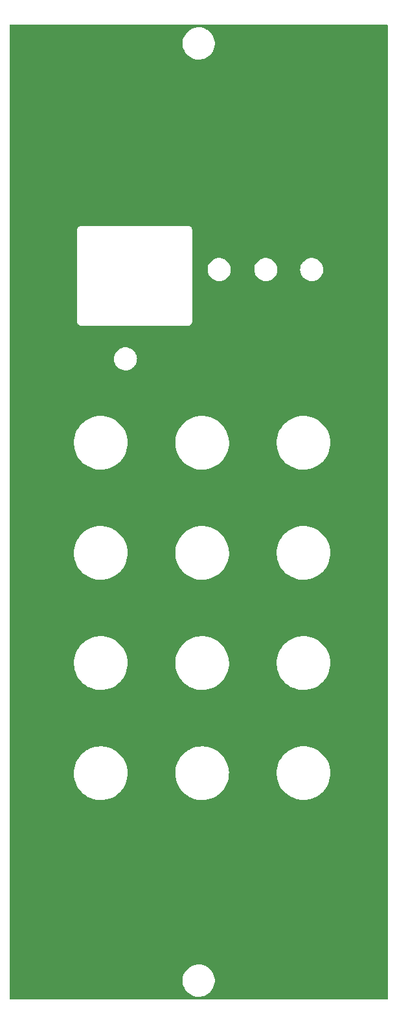
<source format=gbr>
%TF.GenerationSoftware,KiCad,Pcbnew,(6.0.6)*%
%TF.CreationDate,2022-11-26T15:14:55+01:00*%
%TF.ProjectId,vcer-midi-to-cv,76636572-2d6d-4696-9469-2d746f2d6376,rev?*%
%TF.SameCoordinates,Original*%
%TF.FileFunction,Copper,L1,Top*%
%TF.FilePolarity,Positive*%
%FSLAX46Y46*%
G04 Gerber Fmt 4.6, Leading zero omitted, Abs format (unit mm)*
G04 Created by KiCad (PCBNEW (6.0.6)) date 2022-11-26 15:14:55*
%MOMM*%
%LPD*%
G01*
G04 APERTURE LIST*
G04 APERTURE END LIST*
%TA.AperFunction,NonConductor*%
G36*
X-20759965Y13721998D02*
G01*
X-20713472Y13668342D01*
X-20702086Y13616000D01*
X-20702086Y-113616000D01*
X-20722088Y-113684121D01*
X-20775744Y-113730614D01*
X-20828086Y-113742000D01*
X-70060086Y-113742000D01*
X-70128207Y-113721998D01*
X-70174700Y-113668342D01*
X-70186086Y-113616000D01*
X-70186086Y-111382703D01*
X-47553343Y-111382703D01*
X-47515818Y-111667734D01*
X-47439957Y-111945036D01*
X-47327163Y-112209476D01*
X-47179525Y-112456161D01*
X-46999773Y-112680528D01*
X-46791235Y-112878423D01*
X-46557769Y-113046186D01*
X-46553974Y-113048195D01*
X-46553973Y-113048196D01*
X-46532217Y-113059715D01*
X-46303694Y-113180712D01*
X-46033713Y-113279511D01*
X-45752822Y-113340755D01*
X-45724245Y-113343004D01*
X-45529804Y-113358307D01*
X-45529795Y-113358307D01*
X-45527347Y-113358500D01*
X-45371815Y-113358500D01*
X-45369679Y-113358354D01*
X-45369668Y-113358354D01*
X-45161538Y-113344165D01*
X-45161532Y-113344164D01*
X-45157261Y-113343873D01*
X-45153066Y-113343004D01*
X-45153064Y-113343004D01*
X-45016503Y-113314724D01*
X-44875744Y-113285574D01*
X-44604743Y-113189607D01*
X-44349274Y-113057750D01*
X-44345773Y-113055289D01*
X-44345769Y-113055287D01*
X-44231668Y-112975095D01*
X-44114063Y-112892441D01*
X-43903464Y-112696740D01*
X-43721373Y-112474268D01*
X-43571159Y-112229142D01*
X-43455603Y-111965898D01*
X-43376842Y-111689406D01*
X-43336335Y-111404784D01*
X-43336241Y-111386951D01*
X-43334851Y-111121583D01*
X-43334851Y-111121576D01*
X-43334829Y-111117297D01*
X-43372354Y-110832266D01*
X-43448215Y-110554964D01*
X-43561009Y-110290524D01*
X-43708647Y-110043839D01*
X-43888399Y-109819472D01*
X-44096937Y-109621577D01*
X-44330403Y-109453814D01*
X-44352243Y-109442250D01*
X-44375432Y-109429972D01*
X-44584478Y-109319288D01*
X-44854459Y-109220489D01*
X-45135350Y-109159245D01*
X-45166401Y-109156801D01*
X-45358368Y-109141693D01*
X-45358377Y-109141693D01*
X-45360825Y-109141500D01*
X-45516357Y-109141500D01*
X-45518493Y-109141646D01*
X-45518504Y-109141646D01*
X-45726634Y-109155835D01*
X-45726640Y-109155836D01*
X-45730911Y-109156127D01*
X-45735106Y-109156996D01*
X-45735108Y-109156996D01*
X-45871670Y-109185277D01*
X-46012428Y-109214426D01*
X-46283429Y-109310393D01*
X-46538898Y-109442250D01*
X-46542399Y-109444711D01*
X-46542403Y-109444713D01*
X-46552492Y-109451804D01*
X-46774109Y-109607559D01*
X-46984708Y-109803260D01*
X-47166799Y-110025732D01*
X-47317013Y-110270858D01*
X-47432569Y-110534102D01*
X-47511330Y-110810594D01*
X-47551837Y-111095216D01*
X-47551859Y-111099505D01*
X-47551860Y-111099512D01*
X-47553321Y-111378417D01*
X-47553343Y-111382703D01*
X-70186086Y-111382703D01*
X-70186086Y-84241972D01*
X-61766304Y-84241972D01*
X-61766038Y-84245313D01*
X-61766038Y-84245318D01*
X-61738371Y-84592978D01*
X-61736644Y-84614680D01*
X-61736024Y-84617975D01*
X-61736024Y-84617978D01*
X-61672247Y-84957126D01*
X-61667546Y-84982126D01*
X-61559794Y-85340149D01*
X-61558492Y-85343238D01*
X-61423905Y-85662626D01*
X-61414606Y-85684694D01*
X-61233628Y-86011861D01*
X-61231707Y-86014599D01*
X-61231701Y-86014609D01*
X-61038369Y-86290202D01*
X-61018908Y-86317943D01*
X-60772879Y-86599476D01*
X-60498326Y-86853270D01*
X-60198358Y-87076452D01*
X-60195471Y-87078156D01*
X-59879264Y-87264789D01*
X-59879259Y-87264792D01*
X-59876373Y-87266495D01*
X-59536015Y-87421246D01*
X-59420496Y-87459562D01*
X-59184332Y-87537895D01*
X-59184325Y-87537897D01*
X-59181141Y-87538953D01*
X-59177856Y-87539666D01*
X-59177857Y-87539666D01*
X-58819047Y-87617572D01*
X-58819044Y-87617572D01*
X-58815767Y-87618284D01*
X-58620441Y-87639331D01*
X-58446551Y-87658068D01*
X-58446543Y-87658069D01*
X-58444033Y-87658339D01*
X-58441513Y-87658407D01*
X-58441501Y-87658408D01*
X-58439513Y-87658461D01*
X-58438083Y-87658500D01*
X-58160567Y-87658500D01*
X-58158901Y-87658411D01*
X-58158892Y-87658411D01*
X-57884006Y-87643764D01*
X-57884000Y-87643763D01*
X-57880671Y-87643586D01*
X-57877379Y-87643056D01*
X-57877372Y-87643055D01*
X-57514858Y-87584665D01*
X-57514857Y-87584665D01*
X-57511543Y-87584131D01*
X-57508303Y-87583248D01*
X-57508300Y-87583247D01*
X-57154068Y-87486672D01*
X-57154067Y-87486672D01*
X-57150822Y-87485787D01*
X-56802594Y-87349669D01*
X-56470802Y-87177317D01*
X-56159204Y-86970683D01*
X-55871328Y-86732108D01*
X-55610433Y-86464292D01*
X-55588724Y-86436656D01*
X-55381547Y-86172907D01*
X-55381546Y-86172905D01*
X-55379475Y-86170269D01*
X-55181069Y-85853369D01*
X-55017462Y-85517179D01*
X-54890505Y-85165507D01*
X-54801638Y-84802336D01*
X-54751865Y-84431777D01*
X-54746729Y-84241972D01*
X-48516304Y-84241972D01*
X-48516038Y-84245313D01*
X-48516038Y-84245318D01*
X-48488371Y-84592978D01*
X-48486644Y-84614680D01*
X-48486024Y-84617975D01*
X-48486024Y-84617978D01*
X-48422247Y-84957126D01*
X-48417546Y-84982126D01*
X-48309794Y-85340149D01*
X-48308492Y-85343238D01*
X-48173905Y-85662626D01*
X-48164606Y-85684694D01*
X-47983628Y-86011861D01*
X-47981707Y-86014599D01*
X-47981701Y-86014609D01*
X-47788369Y-86290202D01*
X-47768908Y-86317943D01*
X-47522879Y-86599476D01*
X-47248326Y-86853270D01*
X-46948358Y-87076452D01*
X-46945471Y-87078156D01*
X-46629264Y-87264789D01*
X-46629259Y-87264792D01*
X-46626373Y-87266495D01*
X-46286015Y-87421246D01*
X-46170496Y-87459562D01*
X-45934332Y-87537895D01*
X-45934325Y-87537897D01*
X-45931141Y-87538953D01*
X-45927856Y-87539666D01*
X-45927857Y-87539666D01*
X-45569047Y-87617572D01*
X-45569044Y-87617572D01*
X-45565767Y-87618284D01*
X-45370441Y-87639331D01*
X-45196551Y-87658068D01*
X-45196543Y-87658069D01*
X-45194033Y-87658339D01*
X-45191513Y-87658407D01*
X-45191501Y-87658408D01*
X-45189513Y-87658461D01*
X-45188083Y-87658500D01*
X-44910567Y-87658500D01*
X-44908901Y-87658411D01*
X-44908892Y-87658411D01*
X-44634006Y-87643764D01*
X-44634000Y-87643763D01*
X-44630671Y-87643586D01*
X-44627379Y-87643056D01*
X-44627372Y-87643055D01*
X-44264858Y-87584665D01*
X-44264857Y-87584665D01*
X-44261543Y-87584131D01*
X-44258303Y-87583248D01*
X-44258300Y-87583247D01*
X-43904068Y-87486672D01*
X-43904067Y-87486672D01*
X-43900822Y-87485787D01*
X-43552594Y-87349669D01*
X-43220802Y-87177317D01*
X-42909204Y-86970683D01*
X-42621328Y-86732108D01*
X-42360433Y-86464292D01*
X-42338724Y-86436656D01*
X-42131547Y-86172907D01*
X-42131546Y-86172905D01*
X-42129475Y-86170269D01*
X-41931069Y-85853369D01*
X-41767462Y-85517179D01*
X-41640505Y-85165507D01*
X-41551638Y-84802336D01*
X-41501865Y-84431777D01*
X-41496053Y-84216972D01*
X-35256362Y-84216972D01*
X-35256096Y-84220313D01*
X-35256096Y-84220318D01*
X-35241257Y-84406777D01*
X-35226702Y-84589680D01*
X-35226082Y-84592975D01*
X-35226082Y-84592978D01*
X-35186712Y-84802336D01*
X-35157604Y-84957126D01*
X-35049852Y-85315149D01*
X-34987339Y-85463497D01*
X-34964718Y-85517179D01*
X-34904664Y-85659694D01*
X-34723686Y-85986861D01*
X-34721765Y-85989599D01*
X-34721759Y-85989609D01*
X-34593173Y-86172907D01*
X-34508966Y-86292943D01*
X-34262937Y-86574476D01*
X-33988384Y-86828270D01*
X-33688416Y-87051452D01*
X-33685529Y-87053156D01*
X-33369322Y-87239789D01*
X-33369317Y-87239792D01*
X-33366431Y-87241495D01*
X-33026073Y-87396246D01*
X-32844565Y-87456450D01*
X-32674390Y-87512895D01*
X-32674383Y-87512897D01*
X-32671199Y-87513953D01*
X-32667914Y-87514666D01*
X-32667915Y-87514666D01*
X-32309105Y-87592572D01*
X-32309102Y-87592572D01*
X-32305825Y-87593284D01*
X-32110499Y-87614331D01*
X-31936609Y-87633068D01*
X-31936601Y-87633069D01*
X-31934091Y-87633339D01*
X-31931571Y-87633407D01*
X-31931559Y-87633408D01*
X-31929571Y-87633461D01*
X-31928141Y-87633500D01*
X-31650625Y-87633500D01*
X-31648959Y-87633411D01*
X-31648950Y-87633411D01*
X-31374064Y-87618764D01*
X-31374058Y-87618763D01*
X-31370729Y-87618586D01*
X-31367437Y-87618056D01*
X-31367430Y-87618055D01*
X-31004916Y-87559665D01*
X-31004915Y-87559665D01*
X-31001601Y-87559131D01*
X-30998361Y-87558248D01*
X-30998358Y-87558247D01*
X-30644126Y-87461672D01*
X-30644125Y-87461672D01*
X-30640880Y-87460787D01*
X-30292652Y-87324669D01*
X-30008987Y-87177317D01*
X-29963830Y-87153860D01*
X-29963827Y-87153858D01*
X-29960860Y-87152317D01*
X-29805061Y-87049000D01*
X-29652050Y-86947532D01*
X-29652048Y-86947531D01*
X-29649262Y-86945683D01*
X-29361386Y-86707108D01*
X-29100491Y-86439292D01*
X-28987512Y-86295464D01*
X-28871605Y-86147907D01*
X-28871604Y-86147905D01*
X-28869533Y-86145269D01*
X-28671127Y-85828369D01*
X-28602634Y-85687626D01*
X-28508987Y-85495194D01*
X-28508985Y-85495190D01*
X-28507520Y-85492179D01*
X-28380563Y-85140507D01*
X-28291696Y-84777336D01*
X-28241923Y-84406777D01*
X-28231810Y-84033028D01*
X-28245188Y-83864914D01*
X-28261203Y-83663669D01*
X-28261204Y-83663660D01*
X-28261470Y-83660320D01*
X-28296134Y-83475984D01*
X-28329950Y-83296158D01*
X-28329952Y-83296150D01*
X-28330568Y-83292874D01*
X-28438320Y-82934851D01*
X-28514189Y-82754806D01*
X-28582208Y-82593390D01*
X-28582211Y-82593383D01*
X-28583508Y-82590306D01*
X-28764486Y-82263139D01*
X-28766407Y-82260401D01*
X-28766413Y-82260391D01*
X-28977283Y-81959798D01*
X-28977284Y-81959796D01*
X-28979206Y-81957057D01*
X-29225235Y-81675524D01*
X-29499788Y-81421730D01*
X-29799756Y-81198548D01*
X-29973263Y-81096140D01*
X-30118850Y-81010211D01*
X-30118855Y-81010208D01*
X-30121741Y-81008505D01*
X-30462099Y-80853754D01*
X-30659351Y-80788328D01*
X-30813782Y-80737105D01*
X-30813789Y-80737103D01*
X-30816973Y-80736047D01*
X-31063925Y-80682428D01*
X-31179067Y-80657428D01*
X-31179070Y-80657428D01*
X-31182347Y-80656716D01*
X-31418816Y-80631236D01*
X-31551563Y-80616932D01*
X-31551571Y-80616931D01*
X-31554081Y-80616661D01*
X-31556601Y-80616593D01*
X-31556613Y-80616592D01*
X-31558601Y-80616539D01*
X-31560031Y-80616500D01*
X-31837547Y-80616500D01*
X-31839213Y-80616589D01*
X-31839222Y-80616589D01*
X-32114108Y-80631236D01*
X-32114114Y-80631237D01*
X-32117443Y-80631414D01*
X-32120735Y-80631944D01*
X-32120742Y-80631945D01*
X-32434165Y-80682428D01*
X-32486571Y-80690869D01*
X-32489811Y-80691752D01*
X-32489814Y-80691753D01*
X-32747861Y-80762105D01*
X-32847292Y-80789213D01*
X-33195520Y-80925331D01*
X-33527312Y-81097683D01*
X-33838910Y-81304317D01*
X-34126786Y-81542892D01*
X-34387681Y-81810708D01*
X-34389748Y-81813340D01*
X-34389752Y-81813344D01*
X-34616567Y-82102093D01*
X-34618639Y-82104731D01*
X-34817045Y-82421631D01*
X-34980652Y-82757821D01*
X-35107609Y-83109493D01*
X-35196476Y-83472664D01*
X-35246249Y-83843223D01*
X-35256362Y-84216972D01*
X-41496053Y-84216972D01*
X-41491752Y-84058028D01*
X-41492018Y-84054682D01*
X-41521145Y-83688669D01*
X-41521146Y-83688660D01*
X-41521412Y-83685320D01*
X-41556076Y-83500984D01*
X-41589892Y-83321158D01*
X-41589894Y-83321150D01*
X-41590510Y-83317874D01*
X-41698262Y-82959851D01*
X-41782069Y-82760969D01*
X-41842150Y-82618390D01*
X-41842153Y-82618383D01*
X-41843450Y-82615306D01*
X-42024428Y-82288139D01*
X-42026349Y-82285401D01*
X-42026355Y-82285391D01*
X-42237225Y-81984798D01*
X-42237226Y-81984796D01*
X-42239148Y-81982057D01*
X-42485177Y-81700524D01*
X-42759730Y-81446730D01*
X-43059698Y-81223548D01*
X-43269815Y-81099532D01*
X-43378792Y-81035211D01*
X-43378797Y-81035208D01*
X-43381683Y-81033505D01*
X-43722041Y-80878754D01*
X-43988304Y-80790438D01*
X-44073724Y-80762105D01*
X-44073731Y-80762103D01*
X-44076915Y-80761047D01*
X-44287450Y-80715335D01*
X-44439009Y-80682428D01*
X-44439012Y-80682428D01*
X-44442289Y-80681716D01*
X-44637615Y-80660669D01*
X-44811505Y-80641932D01*
X-44811513Y-80641931D01*
X-44814023Y-80641661D01*
X-44816543Y-80641593D01*
X-44816555Y-80641592D01*
X-44818543Y-80641539D01*
X-44819973Y-80641500D01*
X-45097489Y-80641500D01*
X-45099155Y-80641589D01*
X-45099164Y-80641589D01*
X-45374050Y-80656236D01*
X-45374056Y-80656237D01*
X-45377385Y-80656414D01*
X-45380677Y-80656944D01*
X-45380684Y-80656945D01*
X-45743198Y-80715335D01*
X-45746513Y-80715869D01*
X-45749753Y-80716752D01*
X-45749756Y-80716753D01*
X-46103988Y-80813328D01*
X-46107234Y-80814213D01*
X-46455462Y-80950331D01*
X-46458444Y-80951880D01*
X-46742686Y-81099532D01*
X-46787254Y-81122683D01*
X-46790042Y-81124532D01*
X-47058364Y-81302468D01*
X-47098852Y-81329317D01*
X-47386728Y-81567892D01*
X-47647623Y-81835708D01*
X-47649690Y-81838340D01*
X-47649694Y-81838344D01*
X-47762582Y-81982057D01*
X-47878581Y-82129731D01*
X-48076987Y-82446631D01*
X-48078457Y-82449652D01*
X-48226960Y-82754806D01*
X-48240594Y-82782821D01*
X-48367551Y-83134493D01*
X-48456418Y-83497664D01*
X-48506191Y-83868223D01*
X-48516304Y-84241972D01*
X-54746729Y-84241972D01*
X-54741752Y-84058028D01*
X-54742018Y-84054682D01*
X-54771145Y-83688669D01*
X-54771146Y-83688660D01*
X-54771412Y-83685320D01*
X-54806076Y-83500984D01*
X-54839892Y-83321158D01*
X-54839894Y-83321150D01*
X-54840510Y-83317874D01*
X-54948262Y-82959851D01*
X-55032069Y-82760969D01*
X-55092150Y-82618390D01*
X-55092153Y-82618383D01*
X-55093450Y-82615306D01*
X-55274428Y-82288139D01*
X-55276349Y-82285401D01*
X-55276355Y-82285391D01*
X-55487225Y-81984798D01*
X-55487226Y-81984796D01*
X-55489148Y-81982057D01*
X-55735177Y-81700524D01*
X-56009730Y-81446730D01*
X-56309698Y-81223548D01*
X-56519815Y-81099532D01*
X-56628792Y-81035211D01*
X-56628797Y-81035208D01*
X-56631683Y-81033505D01*
X-56972041Y-80878754D01*
X-57238304Y-80790438D01*
X-57323724Y-80762105D01*
X-57323731Y-80762103D01*
X-57326915Y-80761047D01*
X-57537450Y-80715335D01*
X-57689009Y-80682428D01*
X-57689012Y-80682428D01*
X-57692289Y-80681716D01*
X-57887615Y-80660669D01*
X-58061505Y-80641932D01*
X-58061513Y-80641931D01*
X-58064023Y-80641661D01*
X-58066543Y-80641593D01*
X-58066555Y-80641592D01*
X-58068543Y-80641539D01*
X-58069973Y-80641500D01*
X-58347489Y-80641500D01*
X-58349155Y-80641589D01*
X-58349164Y-80641589D01*
X-58624050Y-80656236D01*
X-58624056Y-80656237D01*
X-58627385Y-80656414D01*
X-58630677Y-80656944D01*
X-58630684Y-80656945D01*
X-58993198Y-80715335D01*
X-58996513Y-80715869D01*
X-58999753Y-80716752D01*
X-58999756Y-80716753D01*
X-59353988Y-80813328D01*
X-59357234Y-80814213D01*
X-59705462Y-80950331D01*
X-59708444Y-80951880D01*
X-59992686Y-81099532D01*
X-60037254Y-81122683D01*
X-60040042Y-81124532D01*
X-60308364Y-81302468D01*
X-60348852Y-81329317D01*
X-60636728Y-81567892D01*
X-60897623Y-81835708D01*
X-60899690Y-81838340D01*
X-60899694Y-81838344D01*
X-61012582Y-81982057D01*
X-61128581Y-82129731D01*
X-61326987Y-82446631D01*
X-61328457Y-82449652D01*
X-61476960Y-82754806D01*
X-61490594Y-82782821D01*
X-61617551Y-83134493D01*
X-61706418Y-83497664D01*
X-61756191Y-83868223D01*
X-61766304Y-84241972D01*
X-70186086Y-84241972D01*
X-70186086Y-69841972D01*
X-61756362Y-69841972D01*
X-61756096Y-69845313D01*
X-61756096Y-69845318D01*
X-61741257Y-70031777D01*
X-61726702Y-70214680D01*
X-61726082Y-70217975D01*
X-61726082Y-70217978D01*
X-61690800Y-70405596D01*
X-61657604Y-70582126D01*
X-61549852Y-70940149D01*
X-61404664Y-71284694D01*
X-61223686Y-71611861D01*
X-61221765Y-71614599D01*
X-61221759Y-71614609D01*
X-61010889Y-71915202D01*
X-61008966Y-71917943D01*
X-60762937Y-72199476D01*
X-60488384Y-72453270D01*
X-60188416Y-72676452D01*
X-60185529Y-72678156D01*
X-59869322Y-72864789D01*
X-59869317Y-72864792D01*
X-59866431Y-72866495D01*
X-59526073Y-73021246D01*
X-59344565Y-73081450D01*
X-59174390Y-73137895D01*
X-59174383Y-73137897D01*
X-59171199Y-73138953D01*
X-59167914Y-73139666D01*
X-59167915Y-73139666D01*
X-58809105Y-73217572D01*
X-58809102Y-73217572D01*
X-58805825Y-73218284D01*
X-58610499Y-73239331D01*
X-58436609Y-73258068D01*
X-58436601Y-73258069D01*
X-58434091Y-73258339D01*
X-58431571Y-73258407D01*
X-58431559Y-73258408D01*
X-58429571Y-73258461D01*
X-58428141Y-73258500D01*
X-58150625Y-73258500D01*
X-58148959Y-73258411D01*
X-58148950Y-73258411D01*
X-57874064Y-73243764D01*
X-57874058Y-73243763D01*
X-57870729Y-73243586D01*
X-57867437Y-73243056D01*
X-57867430Y-73243055D01*
X-57504916Y-73184665D01*
X-57504915Y-73184665D01*
X-57501601Y-73184131D01*
X-57498361Y-73183248D01*
X-57498358Y-73183247D01*
X-57144126Y-73086672D01*
X-57144125Y-73086672D01*
X-57140880Y-73085787D01*
X-56792652Y-72949669D01*
X-56460860Y-72777317D01*
X-56149262Y-72570683D01*
X-55861386Y-72332108D01*
X-55600491Y-72064292D01*
X-55487512Y-71920464D01*
X-55371605Y-71772907D01*
X-55371604Y-71772905D01*
X-55369533Y-71770269D01*
X-55171127Y-71453369D01*
X-55007520Y-71117179D01*
X-54880563Y-70765507D01*
X-54791696Y-70402336D01*
X-54741923Y-70031777D01*
X-54736787Y-69841972D01*
X-48506362Y-69841972D01*
X-48506096Y-69845313D01*
X-48506096Y-69845318D01*
X-48491257Y-70031777D01*
X-48476702Y-70214680D01*
X-48476082Y-70217975D01*
X-48476082Y-70217978D01*
X-48440800Y-70405596D01*
X-48407604Y-70582126D01*
X-48299852Y-70940149D01*
X-48154664Y-71284694D01*
X-47973686Y-71611861D01*
X-47971765Y-71614599D01*
X-47971759Y-71614609D01*
X-47760889Y-71915202D01*
X-47758966Y-71917943D01*
X-47512937Y-72199476D01*
X-47238384Y-72453270D01*
X-46938416Y-72676452D01*
X-46935529Y-72678156D01*
X-46619322Y-72864789D01*
X-46619317Y-72864792D01*
X-46616431Y-72866495D01*
X-46276073Y-73021246D01*
X-46094565Y-73081450D01*
X-45924390Y-73137895D01*
X-45924383Y-73137897D01*
X-45921199Y-73138953D01*
X-45917914Y-73139666D01*
X-45917915Y-73139666D01*
X-45559105Y-73217572D01*
X-45559102Y-73217572D01*
X-45555825Y-73218284D01*
X-45360499Y-73239331D01*
X-45186609Y-73258068D01*
X-45186601Y-73258069D01*
X-45184091Y-73258339D01*
X-45181571Y-73258407D01*
X-45181559Y-73258408D01*
X-45179571Y-73258461D01*
X-45178141Y-73258500D01*
X-44900625Y-73258500D01*
X-44898959Y-73258411D01*
X-44898950Y-73258411D01*
X-44624064Y-73243764D01*
X-44624058Y-73243763D01*
X-44620729Y-73243586D01*
X-44617437Y-73243056D01*
X-44617430Y-73243055D01*
X-44254916Y-73184665D01*
X-44254915Y-73184665D01*
X-44251601Y-73184131D01*
X-44248361Y-73183248D01*
X-44248358Y-73183247D01*
X-43894126Y-73086672D01*
X-43894125Y-73086672D01*
X-43890880Y-73085787D01*
X-43542652Y-72949669D01*
X-43210860Y-72777317D01*
X-42899262Y-72570683D01*
X-42611386Y-72332108D01*
X-42350491Y-72064292D01*
X-42237512Y-71920464D01*
X-42121605Y-71772907D01*
X-42121604Y-71772905D01*
X-42119533Y-71770269D01*
X-41921127Y-71453369D01*
X-41757520Y-71117179D01*
X-41630563Y-70765507D01*
X-41541696Y-70402336D01*
X-41491923Y-70031777D01*
X-41486787Y-69841972D01*
X-35256362Y-69841972D01*
X-35256096Y-69845313D01*
X-35256096Y-69845318D01*
X-35241257Y-70031777D01*
X-35226702Y-70214680D01*
X-35226082Y-70217975D01*
X-35226082Y-70217978D01*
X-35190800Y-70405596D01*
X-35157604Y-70582126D01*
X-35049852Y-70940149D01*
X-34904664Y-71284694D01*
X-34723686Y-71611861D01*
X-34721765Y-71614599D01*
X-34721759Y-71614609D01*
X-34510889Y-71915202D01*
X-34508966Y-71917943D01*
X-34262937Y-72199476D01*
X-33988384Y-72453270D01*
X-33688416Y-72676452D01*
X-33685529Y-72678156D01*
X-33369322Y-72864789D01*
X-33369317Y-72864792D01*
X-33366431Y-72866495D01*
X-33026073Y-73021246D01*
X-32844565Y-73081450D01*
X-32674390Y-73137895D01*
X-32674383Y-73137897D01*
X-32671199Y-73138953D01*
X-32667914Y-73139666D01*
X-32667915Y-73139666D01*
X-32309105Y-73217572D01*
X-32309102Y-73217572D01*
X-32305825Y-73218284D01*
X-32110499Y-73239331D01*
X-31936609Y-73258068D01*
X-31936601Y-73258069D01*
X-31934091Y-73258339D01*
X-31931571Y-73258407D01*
X-31931559Y-73258408D01*
X-31929571Y-73258461D01*
X-31928141Y-73258500D01*
X-31650625Y-73258500D01*
X-31648959Y-73258411D01*
X-31648950Y-73258411D01*
X-31374064Y-73243764D01*
X-31374058Y-73243763D01*
X-31370729Y-73243586D01*
X-31367437Y-73243056D01*
X-31367430Y-73243055D01*
X-31004916Y-73184665D01*
X-31004915Y-73184665D01*
X-31001601Y-73184131D01*
X-30998361Y-73183248D01*
X-30998358Y-73183247D01*
X-30644126Y-73086672D01*
X-30644125Y-73086672D01*
X-30640880Y-73085787D01*
X-30292652Y-72949669D01*
X-29960860Y-72777317D01*
X-29649262Y-72570683D01*
X-29361386Y-72332108D01*
X-29100491Y-72064292D01*
X-28987512Y-71920464D01*
X-28871605Y-71772907D01*
X-28871604Y-71772905D01*
X-28869533Y-71770269D01*
X-28671127Y-71453369D01*
X-28507520Y-71117179D01*
X-28380563Y-70765507D01*
X-28291696Y-70402336D01*
X-28241923Y-70031777D01*
X-28231810Y-69658028D01*
X-28232076Y-69654682D01*
X-28261203Y-69288669D01*
X-28261204Y-69288660D01*
X-28261470Y-69285320D01*
X-28296134Y-69100984D01*
X-28329950Y-68921158D01*
X-28329952Y-68921150D01*
X-28330568Y-68917874D01*
X-28438320Y-68559851D01*
X-28583508Y-68215306D01*
X-28764486Y-67888139D01*
X-28766407Y-67885401D01*
X-28766413Y-67885391D01*
X-28977283Y-67584798D01*
X-28977284Y-67584796D01*
X-28979206Y-67582057D01*
X-29225235Y-67300524D01*
X-29499788Y-67046730D01*
X-29799756Y-66823548D01*
X-29973263Y-66721140D01*
X-30118850Y-66635211D01*
X-30118855Y-66635208D01*
X-30121741Y-66633505D01*
X-30462099Y-66478754D01*
X-30659351Y-66413328D01*
X-30813782Y-66362105D01*
X-30813789Y-66362103D01*
X-30816973Y-66361047D01*
X-31027508Y-66315335D01*
X-31179067Y-66282428D01*
X-31179070Y-66282428D01*
X-31182347Y-66281716D01*
X-31418816Y-66256236D01*
X-31551563Y-66241932D01*
X-31551571Y-66241931D01*
X-31554081Y-66241661D01*
X-31556601Y-66241593D01*
X-31556613Y-66241592D01*
X-31558601Y-66241539D01*
X-31560031Y-66241500D01*
X-31837547Y-66241500D01*
X-31839213Y-66241589D01*
X-31839222Y-66241589D01*
X-32114108Y-66256236D01*
X-32114114Y-66256237D01*
X-32117443Y-66256414D01*
X-32120735Y-66256944D01*
X-32120742Y-66256945D01*
X-32483256Y-66315335D01*
X-32486571Y-66315869D01*
X-32489811Y-66316752D01*
X-32489814Y-66316753D01*
X-32844046Y-66413328D01*
X-32847292Y-66414213D01*
X-33195520Y-66550331D01*
X-33527312Y-66722683D01*
X-33838910Y-66929317D01*
X-34126786Y-67167892D01*
X-34387681Y-67435708D01*
X-34389748Y-67438340D01*
X-34389752Y-67438344D01*
X-34502640Y-67582057D01*
X-34618639Y-67729731D01*
X-34817045Y-68046631D01*
X-34980652Y-68382821D01*
X-35107609Y-68734493D01*
X-35196476Y-69097664D01*
X-35246249Y-69468223D01*
X-35256362Y-69841972D01*
X-41486787Y-69841972D01*
X-41481810Y-69658028D01*
X-41482076Y-69654682D01*
X-41511203Y-69288669D01*
X-41511204Y-69288660D01*
X-41511470Y-69285320D01*
X-41546134Y-69100984D01*
X-41579950Y-68921158D01*
X-41579952Y-68921150D01*
X-41580568Y-68917874D01*
X-41688320Y-68559851D01*
X-41833508Y-68215306D01*
X-42014486Y-67888139D01*
X-42016407Y-67885401D01*
X-42016413Y-67885391D01*
X-42227283Y-67584798D01*
X-42227284Y-67584796D01*
X-42229206Y-67582057D01*
X-42475235Y-67300524D01*
X-42749788Y-67046730D01*
X-43049756Y-66823548D01*
X-43223263Y-66721140D01*
X-43368850Y-66635211D01*
X-43368855Y-66635208D01*
X-43371741Y-66633505D01*
X-43712099Y-66478754D01*
X-43909351Y-66413328D01*
X-44063782Y-66362105D01*
X-44063789Y-66362103D01*
X-44066973Y-66361047D01*
X-44277508Y-66315335D01*
X-44429067Y-66282428D01*
X-44429070Y-66282428D01*
X-44432347Y-66281716D01*
X-44668816Y-66256236D01*
X-44801563Y-66241932D01*
X-44801571Y-66241931D01*
X-44804081Y-66241661D01*
X-44806601Y-66241593D01*
X-44806613Y-66241592D01*
X-44808601Y-66241539D01*
X-44810031Y-66241500D01*
X-45087547Y-66241500D01*
X-45089213Y-66241589D01*
X-45089222Y-66241589D01*
X-45364108Y-66256236D01*
X-45364114Y-66256237D01*
X-45367443Y-66256414D01*
X-45370735Y-66256944D01*
X-45370742Y-66256945D01*
X-45733256Y-66315335D01*
X-45736571Y-66315869D01*
X-45739811Y-66316752D01*
X-45739814Y-66316753D01*
X-46094046Y-66413328D01*
X-46097292Y-66414213D01*
X-46445520Y-66550331D01*
X-46777312Y-66722683D01*
X-47088910Y-66929317D01*
X-47376786Y-67167892D01*
X-47637681Y-67435708D01*
X-47639748Y-67438340D01*
X-47639752Y-67438344D01*
X-47752640Y-67582057D01*
X-47868639Y-67729731D01*
X-48067045Y-68046631D01*
X-48230652Y-68382821D01*
X-48357609Y-68734493D01*
X-48446476Y-69097664D01*
X-48496249Y-69468223D01*
X-48506362Y-69841972D01*
X-54736787Y-69841972D01*
X-54731810Y-69658028D01*
X-54732076Y-69654682D01*
X-54761203Y-69288669D01*
X-54761204Y-69288660D01*
X-54761470Y-69285320D01*
X-54796134Y-69100984D01*
X-54829950Y-68921158D01*
X-54829952Y-68921150D01*
X-54830568Y-68917874D01*
X-54938320Y-68559851D01*
X-55083508Y-68215306D01*
X-55264486Y-67888139D01*
X-55266407Y-67885401D01*
X-55266413Y-67885391D01*
X-55477283Y-67584798D01*
X-55477284Y-67584796D01*
X-55479206Y-67582057D01*
X-55725235Y-67300524D01*
X-55999788Y-67046730D01*
X-56299756Y-66823548D01*
X-56473263Y-66721140D01*
X-56618850Y-66635211D01*
X-56618855Y-66635208D01*
X-56621741Y-66633505D01*
X-56962099Y-66478754D01*
X-57159351Y-66413328D01*
X-57313782Y-66362105D01*
X-57313789Y-66362103D01*
X-57316973Y-66361047D01*
X-57527508Y-66315335D01*
X-57679067Y-66282428D01*
X-57679070Y-66282428D01*
X-57682347Y-66281716D01*
X-57918816Y-66256236D01*
X-58051563Y-66241932D01*
X-58051571Y-66241931D01*
X-58054081Y-66241661D01*
X-58056601Y-66241593D01*
X-58056613Y-66241592D01*
X-58058601Y-66241539D01*
X-58060031Y-66241500D01*
X-58337547Y-66241500D01*
X-58339213Y-66241589D01*
X-58339222Y-66241589D01*
X-58614108Y-66256236D01*
X-58614114Y-66256237D01*
X-58617443Y-66256414D01*
X-58620735Y-66256944D01*
X-58620742Y-66256945D01*
X-58983256Y-66315335D01*
X-58986571Y-66315869D01*
X-58989811Y-66316752D01*
X-58989814Y-66316753D01*
X-59344046Y-66413328D01*
X-59347292Y-66414213D01*
X-59695520Y-66550331D01*
X-60027312Y-66722683D01*
X-60338910Y-66929317D01*
X-60626786Y-67167892D01*
X-60887681Y-67435708D01*
X-60889748Y-67438340D01*
X-60889752Y-67438344D01*
X-61002640Y-67582057D01*
X-61118639Y-67729731D01*
X-61317045Y-68046631D01*
X-61480652Y-68382821D01*
X-61607609Y-68734493D01*
X-61696476Y-69097664D01*
X-61746249Y-69468223D01*
X-61756362Y-69841972D01*
X-70186086Y-69841972D01*
X-70186086Y-55441972D01*
X-61766304Y-55441972D01*
X-61766038Y-55445313D01*
X-61766038Y-55445318D01*
X-61751199Y-55631777D01*
X-61736644Y-55814680D01*
X-61736024Y-55817975D01*
X-61736024Y-55817978D01*
X-61700742Y-56005596D01*
X-61667546Y-56182126D01*
X-61559794Y-56540149D01*
X-61414606Y-56884694D01*
X-61233628Y-57211861D01*
X-61231707Y-57214599D01*
X-61231701Y-57214609D01*
X-61020831Y-57515202D01*
X-61018908Y-57517943D01*
X-60772879Y-57799476D01*
X-60498326Y-58053270D01*
X-60198358Y-58276452D01*
X-60195471Y-58278156D01*
X-59879264Y-58464789D01*
X-59879259Y-58464792D01*
X-59876373Y-58466495D01*
X-59536015Y-58621246D01*
X-59354507Y-58681450D01*
X-59184332Y-58737895D01*
X-59184325Y-58737897D01*
X-59181141Y-58738953D01*
X-59177856Y-58739666D01*
X-59177857Y-58739666D01*
X-58819047Y-58817572D01*
X-58819044Y-58817572D01*
X-58815767Y-58818284D01*
X-58620441Y-58839331D01*
X-58446551Y-58858068D01*
X-58446543Y-58858069D01*
X-58444033Y-58858339D01*
X-58441513Y-58858407D01*
X-58441501Y-58858408D01*
X-58439513Y-58858461D01*
X-58438083Y-58858500D01*
X-58160567Y-58858500D01*
X-58158901Y-58858411D01*
X-58158892Y-58858411D01*
X-57884006Y-58843764D01*
X-57884000Y-58843763D01*
X-57880671Y-58843586D01*
X-57877379Y-58843056D01*
X-57877372Y-58843055D01*
X-57514858Y-58784665D01*
X-57514857Y-58784665D01*
X-57511543Y-58784131D01*
X-57508303Y-58783248D01*
X-57508300Y-58783247D01*
X-57154068Y-58686672D01*
X-57154067Y-58686672D01*
X-57150822Y-58685787D01*
X-56802594Y-58549669D01*
X-56470802Y-58377317D01*
X-56159204Y-58170683D01*
X-55871328Y-57932108D01*
X-55610433Y-57664292D01*
X-55497454Y-57520464D01*
X-55381547Y-57372907D01*
X-55381546Y-57372905D01*
X-55379475Y-57370269D01*
X-55181069Y-57053369D01*
X-55017462Y-56717179D01*
X-54890505Y-56365507D01*
X-54801638Y-56002336D01*
X-54751865Y-55631777D01*
X-54746729Y-55441972D01*
X-48506362Y-55441972D01*
X-48506096Y-55445313D01*
X-48506096Y-55445318D01*
X-48491257Y-55631777D01*
X-48476702Y-55814680D01*
X-48476082Y-55817975D01*
X-48476082Y-55817978D01*
X-48440800Y-56005596D01*
X-48407604Y-56182126D01*
X-48299852Y-56540149D01*
X-48154664Y-56884694D01*
X-47973686Y-57211861D01*
X-47971765Y-57214599D01*
X-47971759Y-57214609D01*
X-47760889Y-57515202D01*
X-47758966Y-57517943D01*
X-47512937Y-57799476D01*
X-47238384Y-58053270D01*
X-46938416Y-58276452D01*
X-46935529Y-58278156D01*
X-46619322Y-58464789D01*
X-46619317Y-58464792D01*
X-46616431Y-58466495D01*
X-46276073Y-58621246D01*
X-46094565Y-58681450D01*
X-45924390Y-58737895D01*
X-45924383Y-58737897D01*
X-45921199Y-58738953D01*
X-45917914Y-58739666D01*
X-45917915Y-58739666D01*
X-45559105Y-58817572D01*
X-45559102Y-58817572D01*
X-45555825Y-58818284D01*
X-45360499Y-58839331D01*
X-45186609Y-58858068D01*
X-45186601Y-58858069D01*
X-45184091Y-58858339D01*
X-45181571Y-58858407D01*
X-45181559Y-58858408D01*
X-45179571Y-58858461D01*
X-45178141Y-58858500D01*
X-44900625Y-58858500D01*
X-44898959Y-58858411D01*
X-44898950Y-58858411D01*
X-44624064Y-58843764D01*
X-44624058Y-58843763D01*
X-44620729Y-58843586D01*
X-44617437Y-58843056D01*
X-44617430Y-58843055D01*
X-44254916Y-58784665D01*
X-44254915Y-58784665D01*
X-44251601Y-58784131D01*
X-44248361Y-58783248D01*
X-44248358Y-58783247D01*
X-43894126Y-58686672D01*
X-43894125Y-58686672D01*
X-43890880Y-58685787D01*
X-43542652Y-58549669D01*
X-43210860Y-58377317D01*
X-42899262Y-58170683D01*
X-42611386Y-57932108D01*
X-42350491Y-57664292D01*
X-42237512Y-57520464D01*
X-42121605Y-57372907D01*
X-42121604Y-57372905D01*
X-42119533Y-57370269D01*
X-41921127Y-57053369D01*
X-41757520Y-56717179D01*
X-41630563Y-56365507D01*
X-41541696Y-56002336D01*
X-41491923Y-55631777D01*
X-41486787Y-55441972D01*
X-35256362Y-55441972D01*
X-35256096Y-55445313D01*
X-35256096Y-55445318D01*
X-35241257Y-55631777D01*
X-35226702Y-55814680D01*
X-35226082Y-55817975D01*
X-35226082Y-55817978D01*
X-35190800Y-56005596D01*
X-35157604Y-56182126D01*
X-35049852Y-56540149D01*
X-34904664Y-56884694D01*
X-34723686Y-57211861D01*
X-34721765Y-57214599D01*
X-34721759Y-57214609D01*
X-34510889Y-57515202D01*
X-34508966Y-57517943D01*
X-34262937Y-57799476D01*
X-33988384Y-58053270D01*
X-33688416Y-58276452D01*
X-33685529Y-58278156D01*
X-33369322Y-58464789D01*
X-33369317Y-58464792D01*
X-33366431Y-58466495D01*
X-33026073Y-58621246D01*
X-32844565Y-58681450D01*
X-32674390Y-58737895D01*
X-32674383Y-58737897D01*
X-32671199Y-58738953D01*
X-32667914Y-58739666D01*
X-32667915Y-58739666D01*
X-32309105Y-58817572D01*
X-32309102Y-58817572D01*
X-32305825Y-58818284D01*
X-32110499Y-58839331D01*
X-31936609Y-58858068D01*
X-31936601Y-58858069D01*
X-31934091Y-58858339D01*
X-31931571Y-58858407D01*
X-31931559Y-58858408D01*
X-31929571Y-58858461D01*
X-31928141Y-58858500D01*
X-31650625Y-58858500D01*
X-31648959Y-58858411D01*
X-31648950Y-58858411D01*
X-31374064Y-58843764D01*
X-31374058Y-58843763D01*
X-31370729Y-58843586D01*
X-31367437Y-58843056D01*
X-31367430Y-58843055D01*
X-31004916Y-58784665D01*
X-31004915Y-58784665D01*
X-31001601Y-58784131D01*
X-30998361Y-58783248D01*
X-30998358Y-58783247D01*
X-30644126Y-58686672D01*
X-30644125Y-58686672D01*
X-30640880Y-58685787D01*
X-30292652Y-58549669D01*
X-29960860Y-58377317D01*
X-29649262Y-58170683D01*
X-29361386Y-57932108D01*
X-29100491Y-57664292D01*
X-28987512Y-57520464D01*
X-28871605Y-57372907D01*
X-28871604Y-57372905D01*
X-28869533Y-57370269D01*
X-28671127Y-57053369D01*
X-28507520Y-56717179D01*
X-28380563Y-56365507D01*
X-28291696Y-56002336D01*
X-28241923Y-55631777D01*
X-28231810Y-55258028D01*
X-28232076Y-55254682D01*
X-28261203Y-54888669D01*
X-28261204Y-54888660D01*
X-28261470Y-54885320D01*
X-28296134Y-54700984D01*
X-28329950Y-54521158D01*
X-28329952Y-54521150D01*
X-28330568Y-54517874D01*
X-28438320Y-54159851D01*
X-28583508Y-53815306D01*
X-28764486Y-53488139D01*
X-28766407Y-53485401D01*
X-28766413Y-53485391D01*
X-28977283Y-53184798D01*
X-28977284Y-53184796D01*
X-28979206Y-53182057D01*
X-29225235Y-52900524D01*
X-29499788Y-52646730D01*
X-29799756Y-52423548D01*
X-29973263Y-52321140D01*
X-30118850Y-52235211D01*
X-30118855Y-52235208D01*
X-30121741Y-52233505D01*
X-30462099Y-52078754D01*
X-30659351Y-52013328D01*
X-30813782Y-51962105D01*
X-30813789Y-51962103D01*
X-30816973Y-51961047D01*
X-31027508Y-51915335D01*
X-31179067Y-51882428D01*
X-31179070Y-51882428D01*
X-31182347Y-51881716D01*
X-31418816Y-51856236D01*
X-31551563Y-51841932D01*
X-31551571Y-51841931D01*
X-31554081Y-51841661D01*
X-31556601Y-51841593D01*
X-31556613Y-51841592D01*
X-31558601Y-51841539D01*
X-31560031Y-51841500D01*
X-31837547Y-51841500D01*
X-31839213Y-51841589D01*
X-31839222Y-51841589D01*
X-32114108Y-51856236D01*
X-32114114Y-51856237D01*
X-32117443Y-51856414D01*
X-32120735Y-51856944D01*
X-32120742Y-51856945D01*
X-32483256Y-51915335D01*
X-32486571Y-51915869D01*
X-32489811Y-51916752D01*
X-32489814Y-51916753D01*
X-32844046Y-52013328D01*
X-32847292Y-52014213D01*
X-33195520Y-52150331D01*
X-33527312Y-52322683D01*
X-33838910Y-52529317D01*
X-34126786Y-52767892D01*
X-34387681Y-53035708D01*
X-34389748Y-53038340D01*
X-34389752Y-53038344D01*
X-34502640Y-53182057D01*
X-34618639Y-53329731D01*
X-34817045Y-53646631D01*
X-34980652Y-53982821D01*
X-35107609Y-54334493D01*
X-35196476Y-54697664D01*
X-35246249Y-55068223D01*
X-35256362Y-55441972D01*
X-41486787Y-55441972D01*
X-41481810Y-55258028D01*
X-41482076Y-55254682D01*
X-41511203Y-54888669D01*
X-41511204Y-54888660D01*
X-41511470Y-54885320D01*
X-41546134Y-54700984D01*
X-41579950Y-54521158D01*
X-41579952Y-54521150D01*
X-41580568Y-54517874D01*
X-41688320Y-54159851D01*
X-41833508Y-53815306D01*
X-42014486Y-53488139D01*
X-42016407Y-53485401D01*
X-42016413Y-53485391D01*
X-42227283Y-53184798D01*
X-42227284Y-53184796D01*
X-42229206Y-53182057D01*
X-42475235Y-52900524D01*
X-42749788Y-52646730D01*
X-43049756Y-52423548D01*
X-43223263Y-52321140D01*
X-43368850Y-52235211D01*
X-43368855Y-52235208D01*
X-43371741Y-52233505D01*
X-43712099Y-52078754D01*
X-43909351Y-52013328D01*
X-44063782Y-51962105D01*
X-44063789Y-51962103D01*
X-44066973Y-51961047D01*
X-44277508Y-51915335D01*
X-44429067Y-51882428D01*
X-44429070Y-51882428D01*
X-44432347Y-51881716D01*
X-44668816Y-51856236D01*
X-44801563Y-51841932D01*
X-44801571Y-51841931D01*
X-44804081Y-51841661D01*
X-44806601Y-51841593D01*
X-44806613Y-51841592D01*
X-44808601Y-51841539D01*
X-44810031Y-51841500D01*
X-45087547Y-51841500D01*
X-45089213Y-51841589D01*
X-45089222Y-51841589D01*
X-45364108Y-51856236D01*
X-45364114Y-51856237D01*
X-45367443Y-51856414D01*
X-45370735Y-51856944D01*
X-45370742Y-51856945D01*
X-45733256Y-51915335D01*
X-45736571Y-51915869D01*
X-45739811Y-51916752D01*
X-45739814Y-51916753D01*
X-46094046Y-52013328D01*
X-46097292Y-52014213D01*
X-46445520Y-52150331D01*
X-46777312Y-52322683D01*
X-47088910Y-52529317D01*
X-47376786Y-52767892D01*
X-47637681Y-53035708D01*
X-47639748Y-53038340D01*
X-47639752Y-53038344D01*
X-47752640Y-53182057D01*
X-47868639Y-53329731D01*
X-48067045Y-53646631D01*
X-48230652Y-53982821D01*
X-48357609Y-54334493D01*
X-48446476Y-54697664D01*
X-48496249Y-55068223D01*
X-48506362Y-55441972D01*
X-54746729Y-55441972D01*
X-54741752Y-55258028D01*
X-54742018Y-55254682D01*
X-54771145Y-54888669D01*
X-54771146Y-54888660D01*
X-54771412Y-54885320D01*
X-54806076Y-54700984D01*
X-54839892Y-54521158D01*
X-54839894Y-54521150D01*
X-54840510Y-54517874D01*
X-54948262Y-54159851D01*
X-55093450Y-53815306D01*
X-55274428Y-53488139D01*
X-55276349Y-53485401D01*
X-55276355Y-53485391D01*
X-55487225Y-53184798D01*
X-55487226Y-53184796D01*
X-55489148Y-53182057D01*
X-55735177Y-52900524D01*
X-56009730Y-52646730D01*
X-56309698Y-52423548D01*
X-56483205Y-52321140D01*
X-56628792Y-52235211D01*
X-56628797Y-52235208D01*
X-56631683Y-52233505D01*
X-56972041Y-52078754D01*
X-57169293Y-52013328D01*
X-57323724Y-51962105D01*
X-57323731Y-51962103D01*
X-57326915Y-51961047D01*
X-57537450Y-51915335D01*
X-57689009Y-51882428D01*
X-57689012Y-51882428D01*
X-57692289Y-51881716D01*
X-57928758Y-51856236D01*
X-58061505Y-51841932D01*
X-58061513Y-51841931D01*
X-58064023Y-51841661D01*
X-58066543Y-51841593D01*
X-58066555Y-51841592D01*
X-58068543Y-51841539D01*
X-58069973Y-51841500D01*
X-58347489Y-51841500D01*
X-58349155Y-51841589D01*
X-58349164Y-51841589D01*
X-58624050Y-51856236D01*
X-58624056Y-51856237D01*
X-58627385Y-51856414D01*
X-58630677Y-51856944D01*
X-58630684Y-51856945D01*
X-58993198Y-51915335D01*
X-58996513Y-51915869D01*
X-58999753Y-51916752D01*
X-58999756Y-51916753D01*
X-59353988Y-52013328D01*
X-59357234Y-52014213D01*
X-59705462Y-52150331D01*
X-60037254Y-52322683D01*
X-60348852Y-52529317D01*
X-60636728Y-52767892D01*
X-60897623Y-53035708D01*
X-60899690Y-53038340D01*
X-60899694Y-53038344D01*
X-61012582Y-53182057D01*
X-61128581Y-53329731D01*
X-61326987Y-53646631D01*
X-61490594Y-53982821D01*
X-61617551Y-54334493D01*
X-61706418Y-54697664D01*
X-61756191Y-55068223D01*
X-61766304Y-55441972D01*
X-70186086Y-55441972D01*
X-70186086Y-41041972D01*
X-61756362Y-41041972D01*
X-61756096Y-41045313D01*
X-61756096Y-41045318D01*
X-61741257Y-41231777D01*
X-61726702Y-41414680D01*
X-61726082Y-41417975D01*
X-61726082Y-41417978D01*
X-61690800Y-41605596D01*
X-61657604Y-41782126D01*
X-61549852Y-42140149D01*
X-61404664Y-42484694D01*
X-61223686Y-42811861D01*
X-61221765Y-42814599D01*
X-61221759Y-42814609D01*
X-61010889Y-43115202D01*
X-61008966Y-43117943D01*
X-60762937Y-43399476D01*
X-60488384Y-43653270D01*
X-60188416Y-43876452D01*
X-60185529Y-43878156D01*
X-59869322Y-44064789D01*
X-59869317Y-44064792D01*
X-59866431Y-44066495D01*
X-59526073Y-44221246D01*
X-59344565Y-44281450D01*
X-59174390Y-44337895D01*
X-59174383Y-44337897D01*
X-59171199Y-44338953D01*
X-59167914Y-44339666D01*
X-59167915Y-44339666D01*
X-58809105Y-44417572D01*
X-58809102Y-44417572D01*
X-58805825Y-44418284D01*
X-58610499Y-44439331D01*
X-58436609Y-44458068D01*
X-58436601Y-44458069D01*
X-58434091Y-44458339D01*
X-58431571Y-44458407D01*
X-58431559Y-44458408D01*
X-58429571Y-44458461D01*
X-58428141Y-44458500D01*
X-58150625Y-44458500D01*
X-58148959Y-44458411D01*
X-58148950Y-44458411D01*
X-57874064Y-44443764D01*
X-57874058Y-44443763D01*
X-57870729Y-44443586D01*
X-57867437Y-44443056D01*
X-57867430Y-44443055D01*
X-57504916Y-44384665D01*
X-57504915Y-44384665D01*
X-57501601Y-44384131D01*
X-57498361Y-44383248D01*
X-57498358Y-44383247D01*
X-57144126Y-44286672D01*
X-57144125Y-44286672D01*
X-57140880Y-44285787D01*
X-56792652Y-44149669D01*
X-56460860Y-43977317D01*
X-56149262Y-43770683D01*
X-55861386Y-43532108D01*
X-55600491Y-43264292D01*
X-55487512Y-43120464D01*
X-55371605Y-42972907D01*
X-55371604Y-42972905D01*
X-55369533Y-42970269D01*
X-55171127Y-42653369D01*
X-55007520Y-42317179D01*
X-54880563Y-41965507D01*
X-54791696Y-41602336D01*
X-54741923Y-41231777D01*
X-54736787Y-41041972D01*
X-48506362Y-41041972D01*
X-48506096Y-41045313D01*
X-48506096Y-41045318D01*
X-48491257Y-41231777D01*
X-48476702Y-41414680D01*
X-48476082Y-41417975D01*
X-48476082Y-41417978D01*
X-48440800Y-41605596D01*
X-48407604Y-41782126D01*
X-48299852Y-42140149D01*
X-48154664Y-42484694D01*
X-47973686Y-42811861D01*
X-47971765Y-42814599D01*
X-47971759Y-42814609D01*
X-47760889Y-43115202D01*
X-47758966Y-43117943D01*
X-47512937Y-43399476D01*
X-47238384Y-43653270D01*
X-46938416Y-43876452D01*
X-46935529Y-43878156D01*
X-46619322Y-44064789D01*
X-46619317Y-44064792D01*
X-46616431Y-44066495D01*
X-46276073Y-44221246D01*
X-46094565Y-44281450D01*
X-45924390Y-44337895D01*
X-45924383Y-44337897D01*
X-45921199Y-44338953D01*
X-45917914Y-44339666D01*
X-45917915Y-44339666D01*
X-45559105Y-44417572D01*
X-45559102Y-44417572D01*
X-45555825Y-44418284D01*
X-45360499Y-44439331D01*
X-45186609Y-44458068D01*
X-45186601Y-44458069D01*
X-45184091Y-44458339D01*
X-45181571Y-44458407D01*
X-45181559Y-44458408D01*
X-45179571Y-44458461D01*
X-45178141Y-44458500D01*
X-44900625Y-44458500D01*
X-44898959Y-44458411D01*
X-44898950Y-44458411D01*
X-44624064Y-44443764D01*
X-44624058Y-44443763D01*
X-44620729Y-44443586D01*
X-44617437Y-44443056D01*
X-44617430Y-44443055D01*
X-44254916Y-44384665D01*
X-44254915Y-44384665D01*
X-44251601Y-44384131D01*
X-44248361Y-44383248D01*
X-44248358Y-44383247D01*
X-43894126Y-44286672D01*
X-43894125Y-44286672D01*
X-43890880Y-44285787D01*
X-43542652Y-44149669D01*
X-43210860Y-43977317D01*
X-42899262Y-43770683D01*
X-42611386Y-43532108D01*
X-42350491Y-43264292D01*
X-42237512Y-43120464D01*
X-42121605Y-42972907D01*
X-42121604Y-42972905D01*
X-42119533Y-42970269D01*
X-41921127Y-42653369D01*
X-41757520Y-42317179D01*
X-41630563Y-41965507D01*
X-41541696Y-41602336D01*
X-41491923Y-41231777D01*
X-41486787Y-41041972D01*
X-35256362Y-41041972D01*
X-35256096Y-41045313D01*
X-35256096Y-41045318D01*
X-35241257Y-41231777D01*
X-35226702Y-41414680D01*
X-35226082Y-41417975D01*
X-35226082Y-41417978D01*
X-35190800Y-41605596D01*
X-35157604Y-41782126D01*
X-35049852Y-42140149D01*
X-34904664Y-42484694D01*
X-34723686Y-42811861D01*
X-34721765Y-42814599D01*
X-34721759Y-42814609D01*
X-34510889Y-43115202D01*
X-34508966Y-43117943D01*
X-34262937Y-43399476D01*
X-33988384Y-43653270D01*
X-33688416Y-43876452D01*
X-33685529Y-43878156D01*
X-33369322Y-44064789D01*
X-33369317Y-44064792D01*
X-33366431Y-44066495D01*
X-33026073Y-44221246D01*
X-32844565Y-44281450D01*
X-32674390Y-44337895D01*
X-32674383Y-44337897D01*
X-32671199Y-44338953D01*
X-32667914Y-44339666D01*
X-32667915Y-44339666D01*
X-32309105Y-44417572D01*
X-32309102Y-44417572D01*
X-32305825Y-44418284D01*
X-32110499Y-44439331D01*
X-31936609Y-44458068D01*
X-31936601Y-44458069D01*
X-31934091Y-44458339D01*
X-31931571Y-44458407D01*
X-31931559Y-44458408D01*
X-31929571Y-44458461D01*
X-31928141Y-44458500D01*
X-31650625Y-44458500D01*
X-31648959Y-44458411D01*
X-31648950Y-44458411D01*
X-31374064Y-44443764D01*
X-31374058Y-44443763D01*
X-31370729Y-44443586D01*
X-31367437Y-44443056D01*
X-31367430Y-44443055D01*
X-31004916Y-44384665D01*
X-31004915Y-44384665D01*
X-31001601Y-44384131D01*
X-30998361Y-44383248D01*
X-30998358Y-44383247D01*
X-30644126Y-44286672D01*
X-30644125Y-44286672D01*
X-30640880Y-44285787D01*
X-30292652Y-44149669D01*
X-29960860Y-43977317D01*
X-29649262Y-43770683D01*
X-29361386Y-43532108D01*
X-29100491Y-43264292D01*
X-28987512Y-43120464D01*
X-28871605Y-42972907D01*
X-28871604Y-42972905D01*
X-28869533Y-42970269D01*
X-28671127Y-42653369D01*
X-28507520Y-42317179D01*
X-28380563Y-41965507D01*
X-28291696Y-41602336D01*
X-28241923Y-41231777D01*
X-28231810Y-40858028D01*
X-28232076Y-40854682D01*
X-28261203Y-40488669D01*
X-28261204Y-40488660D01*
X-28261470Y-40485320D01*
X-28296134Y-40300984D01*
X-28329950Y-40121158D01*
X-28329952Y-40121150D01*
X-28330568Y-40117874D01*
X-28438320Y-39759851D01*
X-28583508Y-39415306D01*
X-28764486Y-39088139D01*
X-28766407Y-39085401D01*
X-28766413Y-39085391D01*
X-28977283Y-38784798D01*
X-28977284Y-38784796D01*
X-28979206Y-38782057D01*
X-29225235Y-38500524D01*
X-29499788Y-38246730D01*
X-29799756Y-38023548D01*
X-29973263Y-37921140D01*
X-30118850Y-37835211D01*
X-30118855Y-37835208D01*
X-30121741Y-37833505D01*
X-30462099Y-37678754D01*
X-30659351Y-37613328D01*
X-30813782Y-37562105D01*
X-30813789Y-37562103D01*
X-30816973Y-37561047D01*
X-31027508Y-37515335D01*
X-31179067Y-37482428D01*
X-31179070Y-37482428D01*
X-31182347Y-37481716D01*
X-31418816Y-37456236D01*
X-31551563Y-37441932D01*
X-31551571Y-37441931D01*
X-31554081Y-37441661D01*
X-31556601Y-37441593D01*
X-31556613Y-37441592D01*
X-31558601Y-37441539D01*
X-31560031Y-37441500D01*
X-31837547Y-37441500D01*
X-31839213Y-37441589D01*
X-31839222Y-37441589D01*
X-32114108Y-37456236D01*
X-32114114Y-37456237D01*
X-32117443Y-37456414D01*
X-32120735Y-37456944D01*
X-32120742Y-37456945D01*
X-32483256Y-37515335D01*
X-32486571Y-37515869D01*
X-32489811Y-37516752D01*
X-32489814Y-37516753D01*
X-32844046Y-37613328D01*
X-32847292Y-37614213D01*
X-33195520Y-37750331D01*
X-33527312Y-37922683D01*
X-33838910Y-38129317D01*
X-34126786Y-38367892D01*
X-34387681Y-38635708D01*
X-34389748Y-38638340D01*
X-34389752Y-38638344D01*
X-34502640Y-38782057D01*
X-34618639Y-38929731D01*
X-34817045Y-39246631D01*
X-34980652Y-39582821D01*
X-35107609Y-39934493D01*
X-35196476Y-40297664D01*
X-35246249Y-40668223D01*
X-35256362Y-41041972D01*
X-41486787Y-41041972D01*
X-41481810Y-40858028D01*
X-41482076Y-40854682D01*
X-41511203Y-40488669D01*
X-41511204Y-40488660D01*
X-41511470Y-40485320D01*
X-41546134Y-40300984D01*
X-41579950Y-40121158D01*
X-41579952Y-40121150D01*
X-41580568Y-40117874D01*
X-41688320Y-39759851D01*
X-41833508Y-39415306D01*
X-42014486Y-39088139D01*
X-42016407Y-39085401D01*
X-42016413Y-39085391D01*
X-42227283Y-38784798D01*
X-42227284Y-38784796D01*
X-42229206Y-38782057D01*
X-42475235Y-38500524D01*
X-42749788Y-38246730D01*
X-43049756Y-38023548D01*
X-43223263Y-37921140D01*
X-43368850Y-37835211D01*
X-43368855Y-37835208D01*
X-43371741Y-37833505D01*
X-43712099Y-37678754D01*
X-43909351Y-37613328D01*
X-44063782Y-37562105D01*
X-44063789Y-37562103D01*
X-44066973Y-37561047D01*
X-44277508Y-37515335D01*
X-44429067Y-37482428D01*
X-44429070Y-37482428D01*
X-44432347Y-37481716D01*
X-44668816Y-37456236D01*
X-44801563Y-37441932D01*
X-44801571Y-37441931D01*
X-44804081Y-37441661D01*
X-44806601Y-37441593D01*
X-44806613Y-37441592D01*
X-44808601Y-37441539D01*
X-44810031Y-37441500D01*
X-45087547Y-37441500D01*
X-45089213Y-37441589D01*
X-45089222Y-37441589D01*
X-45364108Y-37456236D01*
X-45364114Y-37456237D01*
X-45367443Y-37456414D01*
X-45370735Y-37456944D01*
X-45370742Y-37456945D01*
X-45733256Y-37515335D01*
X-45736571Y-37515869D01*
X-45739811Y-37516752D01*
X-45739814Y-37516753D01*
X-46094046Y-37613328D01*
X-46097292Y-37614213D01*
X-46445520Y-37750331D01*
X-46777312Y-37922683D01*
X-47088910Y-38129317D01*
X-47376786Y-38367892D01*
X-47637681Y-38635708D01*
X-47639748Y-38638340D01*
X-47639752Y-38638344D01*
X-47752640Y-38782057D01*
X-47868639Y-38929731D01*
X-48067045Y-39246631D01*
X-48230652Y-39582821D01*
X-48357609Y-39934493D01*
X-48446476Y-40297664D01*
X-48496249Y-40668223D01*
X-48506362Y-41041972D01*
X-54736787Y-41041972D01*
X-54731810Y-40858028D01*
X-54732076Y-40854682D01*
X-54761203Y-40488669D01*
X-54761204Y-40488660D01*
X-54761470Y-40485320D01*
X-54796134Y-40300984D01*
X-54829950Y-40121158D01*
X-54829952Y-40121150D01*
X-54830568Y-40117874D01*
X-54938320Y-39759851D01*
X-55083508Y-39415306D01*
X-55264486Y-39088139D01*
X-55266407Y-39085401D01*
X-55266413Y-39085391D01*
X-55477283Y-38784798D01*
X-55477284Y-38784796D01*
X-55479206Y-38782057D01*
X-55725235Y-38500524D01*
X-55999788Y-38246730D01*
X-56299756Y-38023548D01*
X-56473263Y-37921140D01*
X-56618850Y-37835211D01*
X-56618855Y-37835208D01*
X-56621741Y-37833505D01*
X-56962099Y-37678754D01*
X-57159351Y-37613328D01*
X-57313782Y-37562105D01*
X-57313789Y-37562103D01*
X-57316973Y-37561047D01*
X-57527508Y-37515335D01*
X-57679067Y-37482428D01*
X-57679070Y-37482428D01*
X-57682347Y-37481716D01*
X-57918816Y-37456236D01*
X-58051563Y-37441932D01*
X-58051571Y-37441931D01*
X-58054081Y-37441661D01*
X-58056601Y-37441593D01*
X-58056613Y-37441592D01*
X-58058601Y-37441539D01*
X-58060031Y-37441500D01*
X-58337547Y-37441500D01*
X-58339213Y-37441589D01*
X-58339222Y-37441589D01*
X-58614108Y-37456236D01*
X-58614114Y-37456237D01*
X-58617443Y-37456414D01*
X-58620735Y-37456944D01*
X-58620742Y-37456945D01*
X-58983256Y-37515335D01*
X-58986571Y-37515869D01*
X-58989811Y-37516752D01*
X-58989814Y-37516753D01*
X-59344046Y-37613328D01*
X-59347292Y-37614213D01*
X-59695520Y-37750331D01*
X-60027312Y-37922683D01*
X-60338910Y-38129317D01*
X-60626786Y-38367892D01*
X-60887681Y-38635708D01*
X-60889748Y-38638340D01*
X-60889752Y-38638344D01*
X-61002640Y-38782057D01*
X-61118639Y-38929731D01*
X-61317045Y-39246631D01*
X-61480652Y-39582821D01*
X-61607609Y-39934493D01*
X-61696476Y-40297664D01*
X-61746249Y-40668223D01*
X-61756362Y-41041972D01*
X-70186086Y-41041972D01*
X-70186086Y-30027817D01*
X-56531572Y-30027817D01*
X-56530991Y-30032837D01*
X-56530991Y-30032841D01*
X-56515163Y-30169631D01*
X-56503671Y-30268956D01*
X-56502295Y-30273820D01*
X-56502294Y-30273823D01*
X-56456610Y-30435266D01*
X-56437576Y-30502532D01*
X-56435442Y-30507108D01*
X-56435440Y-30507114D01*
X-56378640Y-30628922D01*
X-56334987Y-30722536D01*
X-56198542Y-30923307D01*
X-56031754Y-31099681D01*
X-56027728Y-31102759D01*
X-56027727Y-31102760D01*
X-55842932Y-31244047D01*
X-55842928Y-31244050D01*
X-55838912Y-31247120D01*
X-55624977Y-31361831D01*
X-55395455Y-31440862D01*
X-55296108Y-31458022D01*
X-55160160Y-31481504D01*
X-55160154Y-31481505D01*
X-55156250Y-31482179D01*
X-55152289Y-31482359D01*
X-55152288Y-31482359D01*
X-55128580Y-31483436D01*
X-55128561Y-31483436D01*
X-55127161Y-31483500D01*
X-54958085Y-31483500D01*
X-54955577Y-31483298D01*
X-54955572Y-31483298D01*
X-54782162Y-31469346D01*
X-54782157Y-31469345D01*
X-54777121Y-31468940D01*
X-54772213Y-31467734D01*
X-54772210Y-31467734D01*
X-54546294Y-31412244D01*
X-54541380Y-31411037D01*
X-54536728Y-31409062D01*
X-54536724Y-31409061D01*
X-54322588Y-31318165D01*
X-54317930Y-31316188D01*
X-54212049Y-31249511D01*
X-54116798Y-31189528D01*
X-54116795Y-31189526D01*
X-54112519Y-31186833D01*
X-54013664Y-31099681D01*
X-53934228Y-31029650D01*
X-53934225Y-31029647D01*
X-53930431Y-31026302D01*
X-53776352Y-30838722D01*
X-53654245Y-30628922D01*
X-53567253Y-30402298D01*
X-53517612Y-30164680D01*
X-53506600Y-29922183D01*
X-53521851Y-29790373D01*
X-53533919Y-29686071D01*
X-53533920Y-29686067D01*
X-53534501Y-29681044D01*
X-53573569Y-29542978D01*
X-53599220Y-29452331D01*
X-53600596Y-29447468D01*
X-53602730Y-29442892D01*
X-53602732Y-29442886D01*
X-53701048Y-29232046D01*
X-53701050Y-29232042D01*
X-53703185Y-29227464D01*
X-53839630Y-29026693D01*
X-54006418Y-28850319D01*
X-54010445Y-28847240D01*
X-54195240Y-28705953D01*
X-54195244Y-28705950D01*
X-54199260Y-28702880D01*
X-54413195Y-28588169D01*
X-54642717Y-28509138D01*
X-54742064Y-28491978D01*
X-54878012Y-28468496D01*
X-54878018Y-28468495D01*
X-54881922Y-28467821D01*
X-54885883Y-28467641D01*
X-54885884Y-28467641D01*
X-54909592Y-28466564D01*
X-54909611Y-28466564D01*
X-54911011Y-28466500D01*
X-55080087Y-28466500D01*
X-55082595Y-28466702D01*
X-55082600Y-28466702D01*
X-55256010Y-28480654D01*
X-55256015Y-28480655D01*
X-55261051Y-28481060D01*
X-55265959Y-28482266D01*
X-55265962Y-28482266D01*
X-55382079Y-28510787D01*
X-55496792Y-28538963D01*
X-55501444Y-28540938D01*
X-55501448Y-28540939D01*
X-55608834Y-28586522D01*
X-55720242Y-28633812D01*
X-55724526Y-28636510D01*
X-55921374Y-28760472D01*
X-55921377Y-28760474D01*
X-55925653Y-28763167D01*
X-55929447Y-28766512D01*
X-56103944Y-28920350D01*
X-56103947Y-28920353D01*
X-56107741Y-28923698D01*
X-56261820Y-29111278D01*
X-56383927Y-29321078D01*
X-56470919Y-29547702D01*
X-56520560Y-29785320D01*
X-56531572Y-30027817D01*
X-70186086Y-30027817D01*
X-70186086Y-25194652D01*
X-61327562Y-25194652D01*
X-61325096Y-25203281D01*
X-61325095Y-25203286D01*
X-61319447Y-25223048D01*
X-61315869Y-25239809D01*
X-61312956Y-25260152D01*
X-61312953Y-25260162D01*
X-61311681Y-25269045D01*
X-61301065Y-25292395D01*
X-61294622Y-25309907D01*
X-61287574Y-25334565D01*
X-61271812Y-25359548D01*
X-61263682Y-25374614D01*
X-61251453Y-25401510D01*
X-61234712Y-25420939D01*
X-61223607Y-25435947D01*
X-61209926Y-25457631D01*
X-61203198Y-25463573D01*
X-61187790Y-25477181D01*
X-61175746Y-25489373D01*
X-61156467Y-25511747D01*
X-61148939Y-25516626D01*
X-61148936Y-25516629D01*
X-61134947Y-25525696D01*
X-61120073Y-25536986D01*
X-61100858Y-25553956D01*
X-61092732Y-25557771D01*
X-61092731Y-25557772D01*
X-61087065Y-25560432D01*
X-61074120Y-25566510D01*
X-61059151Y-25574824D01*
X-61034359Y-25590893D01*
X-61017436Y-25595954D01*
X-61009796Y-25598239D01*
X-60992350Y-25604901D01*
X-60969138Y-25615799D01*
X-60939956Y-25620343D01*
X-60923237Y-25624126D01*
X-60903550Y-25630014D01*
X-60903547Y-25630015D01*
X-60894945Y-25632587D01*
X-60885970Y-25632642D01*
X-60885969Y-25632642D01*
X-60879276Y-25632683D01*
X-60860530Y-25632797D01*
X-60859758Y-25632830D01*
X-60858663Y-25633000D01*
X-60827788Y-25633000D01*
X-60827018Y-25633002D01*
X-60753370Y-25633452D01*
X-60753369Y-25633452D01*
X-60749434Y-25633476D01*
X-60748090Y-25633092D01*
X-60746745Y-25633000D01*
X-46827788Y-25633000D01*
X-46827017Y-25633002D01*
X-46749434Y-25633476D01*
X-46740805Y-25631010D01*
X-46740800Y-25631009D01*
X-46721038Y-25625361D01*
X-46704277Y-25621783D01*
X-46683934Y-25618870D01*
X-46683924Y-25618867D01*
X-46675041Y-25617595D01*
X-46651691Y-25606979D01*
X-46634179Y-25600536D01*
X-46618149Y-25595954D01*
X-46609521Y-25593488D01*
X-46584538Y-25577726D01*
X-46569472Y-25569596D01*
X-46542576Y-25557367D01*
X-46523147Y-25540626D01*
X-46508139Y-25529521D01*
X-46494047Y-25520630D01*
X-46486455Y-25515840D01*
X-46466904Y-25493703D01*
X-46454712Y-25481659D01*
X-46439137Y-25468239D01*
X-46439136Y-25468237D01*
X-46432339Y-25462381D01*
X-46427460Y-25454853D01*
X-46427457Y-25454850D01*
X-46418390Y-25440861D01*
X-46407100Y-25425987D01*
X-46396074Y-25413502D01*
X-46390130Y-25406772D01*
X-46377576Y-25380034D01*
X-46369262Y-25365065D01*
X-46353193Y-25340273D01*
X-46345847Y-25315709D01*
X-46339185Y-25298264D01*
X-46332103Y-25283179D01*
X-46328287Y-25275052D01*
X-46323743Y-25245870D01*
X-46319960Y-25229151D01*
X-46314072Y-25209464D01*
X-46314071Y-25209461D01*
X-46311499Y-25200859D01*
X-46311289Y-25166444D01*
X-46311256Y-25165672D01*
X-46311086Y-25164577D01*
X-46311086Y-25133702D01*
X-46311084Y-25132932D01*
X-46310634Y-25059284D01*
X-46310634Y-25059283D01*
X-46310610Y-25055348D01*
X-46310994Y-25054004D01*
X-46311086Y-25052659D01*
X-46311086Y-18352817D01*
X-44281572Y-18352817D01*
X-44280991Y-18357837D01*
X-44280991Y-18357841D01*
X-44265163Y-18494631D01*
X-44253671Y-18593956D01*
X-44252295Y-18598820D01*
X-44252294Y-18598823D01*
X-44206610Y-18760266D01*
X-44187576Y-18827532D01*
X-44185442Y-18832108D01*
X-44185440Y-18832114D01*
X-44128640Y-18953922D01*
X-44084987Y-19047536D01*
X-43948542Y-19248307D01*
X-43781754Y-19424681D01*
X-43777728Y-19427759D01*
X-43777727Y-19427760D01*
X-43592932Y-19569047D01*
X-43592928Y-19569050D01*
X-43588912Y-19572120D01*
X-43374977Y-19686831D01*
X-43145455Y-19765862D01*
X-43046108Y-19783022D01*
X-42910160Y-19806504D01*
X-42910154Y-19806505D01*
X-42906250Y-19807179D01*
X-42902289Y-19807359D01*
X-42902288Y-19807359D01*
X-42878580Y-19808436D01*
X-42878561Y-19808436D01*
X-42877161Y-19808500D01*
X-42708085Y-19808500D01*
X-42705577Y-19808298D01*
X-42705572Y-19808298D01*
X-42532162Y-19794346D01*
X-42532157Y-19794345D01*
X-42527121Y-19793940D01*
X-42522213Y-19792734D01*
X-42522210Y-19792734D01*
X-42296294Y-19737244D01*
X-42291380Y-19736037D01*
X-42286728Y-19734062D01*
X-42286724Y-19734061D01*
X-42072588Y-19643165D01*
X-42067930Y-19641188D01*
X-41962049Y-19574511D01*
X-41866798Y-19514528D01*
X-41866795Y-19514526D01*
X-41862519Y-19511833D01*
X-41763664Y-19424681D01*
X-41684228Y-19354650D01*
X-41684225Y-19354647D01*
X-41680431Y-19351302D01*
X-41526352Y-19163722D01*
X-41404245Y-18953922D01*
X-41317253Y-18727298D01*
X-41267612Y-18489680D01*
X-41261397Y-18352817D01*
X-38181572Y-18352817D01*
X-38180991Y-18357837D01*
X-38180991Y-18357841D01*
X-38165163Y-18494631D01*
X-38153671Y-18593956D01*
X-38152295Y-18598820D01*
X-38152294Y-18598823D01*
X-38106610Y-18760266D01*
X-38087576Y-18827532D01*
X-38085442Y-18832108D01*
X-38085440Y-18832114D01*
X-38028640Y-18953922D01*
X-37984987Y-19047536D01*
X-37848542Y-19248307D01*
X-37681754Y-19424681D01*
X-37677728Y-19427759D01*
X-37677727Y-19427760D01*
X-37492932Y-19569047D01*
X-37492928Y-19569050D01*
X-37488912Y-19572120D01*
X-37274977Y-19686831D01*
X-37045455Y-19765862D01*
X-36946108Y-19783022D01*
X-36810160Y-19806504D01*
X-36810154Y-19806505D01*
X-36806250Y-19807179D01*
X-36802289Y-19807359D01*
X-36802288Y-19807359D01*
X-36778580Y-19808436D01*
X-36778561Y-19808436D01*
X-36777161Y-19808500D01*
X-36608085Y-19808500D01*
X-36605577Y-19808298D01*
X-36605572Y-19808298D01*
X-36432162Y-19794346D01*
X-36432157Y-19794345D01*
X-36427121Y-19793940D01*
X-36422213Y-19792734D01*
X-36422210Y-19792734D01*
X-36196294Y-19737244D01*
X-36191380Y-19736037D01*
X-36186728Y-19734062D01*
X-36186724Y-19734061D01*
X-35972588Y-19643165D01*
X-35967930Y-19641188D01*
X-35862049Y-19574511D01*
X-35766798Y-19514528D01*
X-35766795Y-19514526D01*
X-35762519Y-19511833D01*
X-35663664Y-19424681D01*
X-35584228Y-19354650D01*
X-35584225Y-19354647D01*
X-35580431Y-19351302D01*
X-35426352Y-19163722D01*
X-35304245Y-18953922D01*
X-35217253Y-18727298D01*
X-35167612Y-18489680D01*
X-35161397Y-18352817D01*
X-32181572Y-18352817D01*
X-32180991Y-18357837D01*
X-32180991Y-18357841D01*
X-32165163Y-18494631D01*
X-32153671Y-18593956D01*
X-32152295Y-18598820D01*
X-32152294Y-18598823D01*
X-32106610Y-18760266D01*
X-32087576Y-18827532D01*
X-32085442Y-18832108D01*
X-32085440Y-18832114D01*
X-32028640Y-18953922D01*
X-31984987Y-19047536D01*
X-31848542Y-19248307D01*
X-31681754Y-19424681D01*
X-31677728Y-19427759D01*
X-31677727Y-19427760D01*
X-31492932Y-19569047D01*
X-31492928Y-19569050D01*
X-31488912Y-19572120D01*
X-31274977Y-19686831D01*
X-31045455Y-19765862D01*
X-30946108Y-19783022D01*
X-30810160Y-19806504D01*
X-30810154Y-19806505D01*
X-30806250Y-19807179D01*
X-30802289Y-19807359D01*
X-30802288Y-19807359D01*
X-30778580Y-19808436D01*
X-30778561Y-19808436D01*
X-30777161Y-19808500D01*
X-30608085Y-19808500D01*
X-30605577Y-19808298D01*
X-30605572Y-19808298D01*
X-30432162Y-19794346D01*
X-30432157Y-19794345D01*
X-30427121Y-19793940D01*
X-30422213Y-19792734D01*
X-30422210Y-19792734D01*
X-30196294Y-19737244D01*
X-30191380Y-19736037D01*
X-30186728Y-19734062D01*
X-30186724Y-19734061D01*
X-29972588Y-19643165D01*
X-29967930Y-19641188D01*
X-29862049Y-19574511D01*
X-29766798Y-19514528D01*
X-29766795Y-19514526D01*
X-29762519Y-19511833D01*
X-29663664Y-19424681D01*
X-29584228Y-19354650D01*
X-29584225Y-19354647D01*
X-29580431Y-19351302D01*
X-29426352Y-19163722D01*
X-29304245Y-18953922D01*
X-29217253Y-18727298D01*
X-29167612Y-18489680D01*
X-29156600Y-18247183D01*
X-29171851Y-18115373D01*
X-29183919Y-18011071D01*
X-29183920Y-18011067D01*
X-29184501Y-18006044D01*
X-29223569Y-17867978D01*
X-29249220Y-17777331D01*
X-29250596Y-17772468D01*
X-29252730Y-17767892D01*
X-29252732Y-17767886D01*
X-29351048Y-17557046D01*
X-29351050Y-17557042D01*
X-29353185Y-17552464D01*
X-29489630Y-17351693D01*
X-29656418Y-17175319D01*
X-29660445Y-17172240D01*
X-29845240Y-17030953D01*
X-29845244Y-17030950D01*
X-29849260Y-17027880D01*
X-30063195Y-16913169D01*
X-30292717Y-16834138D01*
X-30392064Y-16816978D01*
X-30528012Y-16793496D01*
X-30528018Y-16793495D01*
X-30531922Y-16792821D01*
X-30535883Y-16792641D01*
X-30535884Y-16792641D01*
X-30559592Y-16791564D01*
X-30559611Y-16791564D01*
X-30561011Y-16791500D01*
X-30730087Y-16791500D01*
X-30732595Y-16791702D01*
X-30732600Y-16791702D01*
X-30906010Y-16805654D01*
X-30906015Y-16805655D01*
X-30911051Y-16806060D01*
X-30915959Y-16807266D01*
X-30915962Y-16807266D01*
X-31032079Y-16835787D01*
X-31146792Y-16863963D01*
X-31151444Y-16865938D01*
X-31151448Y-16865939D01*
X-31258834Y-16911522D01*
X-31370242Y-16958812D01*
X-31374526Y-16961510D01*
X-31571374Y-17085472D01*
X-31571377Y-17085474D01*
X-31575653Y-17088167D01*
X-31579447Y-17091512D01*
X-31753944Y-17245350D01*
X-31753947Y-17245353D01*
X-31757741Y-17248698D01*
X-31911820Y-17436278D01*
X-32033927Y-17646078D01*
X-32120919Y-17872702D01*
X-32170560Y-18110320D01*
X-32181572Y-18352817D01*
X-35161397Y-18352817D01*
X-35156600Y-18247183D01*
X-35171851Y-18115373D01*
X-35183919Y-18011071D01*
X-35183920Y-18011067D01*
X-35184501Y-18006044D01*
X-35223569Y-17867978D01*
X-35249220Y-17777331D01*
X-35250596Y-17772468D01*
X-35252730Y-17767892D01*
X-35252732Y-17767886D01*
X-35351048Y-17557046D01*
X-35351050Y-17557042D01*
X-35353185Y-17552464D01*
X-35489630Y-17351693D01*
X-35656418Y-17175319D01*
X-35660445Y-17172240D01*
X-35845240Y-17030953D01*
X-35845244Y-17030950D01*
X-35849260Y-17027880D01*
X-36063195Y-16913169D01*
X-36292717Y-16834138D01*
X-36392064Y-16816978D01*
X-36528012Y-16793496D01*
X-36528018Y-16793495D01*
X-36531922Y-16792821D01*
X-36535883Y-16792641D01*
X-36535884Y-16792641D01*
X-36559592Y-16791564D01*
X-36559611Y-16791564D01*
X-36561011Y-16791500D01*
X-36730087Y-16791500D01*
X-36732595Y-16791702D01*
X-36732600Y-16791702D01*
X-36906010Y-16805654D01*
X-36906015Y-16805655D01*
X-36911051Y-16806060D01*
X-36915959Y-16807266D01*
X-36915962Y-16807266D01*
X-37032079Y-16835787D01*
X-37146792Y-16863963D01*
X-37151444Y-16865938D01*
X-37151448Y-16865939D01*
X-37258834Y-16911522D01*
X-37370242Y-16958812D01*
X-37374526Y-16961510D01*
X-37571374Y-17085472D01*
X-37571377Y-17085474D01*
X-37575653Y-17088167D01*
X-37579447Y-17091512D01*
X-37753944Y-17245350D01*
X-37753947Y-17245353D01*
X-37757741Y-17248698D01*
X-37911820Y-17436278D01*
X-38033927Y-17646078D01*
X-38120919Y-17872702D01*
X-38170560Y-18110320D01*
X-38181572Y-18352817D01*
X-41261397Y-18352817D01*
X-41256600Y-18247183D01*
X-41271851Y-18115373D01*
X-41283919Y-18011071D01*
X-41283920Y-18011067D01*
X-41284501Y-18006044D01*
X-41323569Y-17867978D01*
X-41349220Y-17777331D01*
X-41350596Y-17772468D01*
X-41352730Y-17767892D01*
X-41352732Y-17767886D01*
X-41451048Y-17557046D01*
X-41451050Y-17557042D01*
X-41453185Y-17552464D01*
X-41589630Y-17351693D01*
X-41756418Y-17175319D01*
X-41760445Y-17172240D01*
X-41945240Y-17030953D01*
X-41945244Y-17030950D01*
X-41949260Y-17027880D01*
X-42163195Y-16913169D01*
X-42392717Y-16834138D01*
X-42492064Y-16816978D01*
X-42628012Y-16793496D01*
X-42628018Y-16793495D01*
X-42631922Y-16792821D01*
X-42635883Y-16792641D01*
X-42635884Y-16792641D01*
X-42659592Y-16791564D01*
X-42659611Y-16791564D01*
X-42661011Y-16791500D01*
X-42830087Y-16791500D01*
X-42832595Y-16791702D01*
X-42832600Y-16791702D01*
X-43006010Y-16805654D01*
X-43006015Y-16805655D01*
X-43011051Y-16806060D01*
X-43015959Y-16807266D01*
X-43015962Y-16807266D01*
X-43132079Y-16835787D01*
X-43246792Y-16863963D01*
X-43251444Y-16865938D01*
X-43251448Y-16865939D01*
X-43358834Y-16911522D01*
X-43470242Y-16958812D01*
X-43474526Y-16961510D01*
X-43671374Y-17085472D01*
X-43671377Y-17085474D01*
X-43675653Y-17088167D01*
X-43679447Y-17091512D01*
X-43853944Y-17245350D01*
X-43853947Y-17245353D01*
X-43857741Y-17248698D01*
X-44011820Y-17436278D01*
X-44133927Y-17646078D01*
X-44220919Y-17872702D01*
X-44270560Y-18110320D01*
X-44281572Y-18352817D01*
X-46311086Y-18352817D01*
X-46311086Y-13133702D01*
X-46311084Y-13132932D01*
X-46310665Y-13064322D01*
X-46310610Y-13055348D01*
X-46313076Y-13046719D01*
X-46313077Y-13046714D01*
X-46318725Y-13026952D01*
X-46322303Y-13010191D01*
X-46325216Y-12989848D01*
X-46325219Y-12989838D01*
X-46326491Y-12980955D01*
X-46337107Y-12957605D01*
X-46343550Y-12940093D01*
X-46348132Y-12924063D01*
X-46350598Y-12915435D01*
X-46366360Y-12890452D01*
X-46374490Y-12875386D01*
X-46386719Y-12848490D01*
X-46403460Y-12829061D01*
X-46414565Y-12814053D01*
X-46423456Y-12799961D01*
X-46428246Y-12792369D01*
X-46450383Y-12772818D01*
X-46462427Y-12760626D01*
X-46475847Y-12745051D01*
X-46475849Y-12745050D01*
X-46481705Y-12738253D01*
X-46489233Y-12733374D01*
X-46489236Y-12733371D01*
X-46503225Y-12724304D01*
X-46518099Y-12713014D01*
X-46530584Y-12701988D01*
X-46537314Y-12696044D01*
X-46545440Y-12692229D01*
X-46545441Y-12692228D01*
X-46551107Y-12689568D01*
X-46564052Y-12683490D01*
X-46579021Y-12675176D01*
X-46603813Y-12659107D01*
X-46628377Y-12651761D01*
X-46645822Y-12645099D01*
X-46650259Y-12643016D01*
X-46669034Y-12634201D01*
X-46698216Y-12629657D01*
X-46714935Y-12625874D01*
X-46734622Y-12619986D01*
X-46734625Y-12619985D01*
X-46743227Y-12617413D01*
X-46752202Y-12617358D01*
X-46752203Y-12617358D01*
X-46758896Y-12617317D01*
X-46777642Y-12617203D01*
X-46778414Y-12617170D01*
X-46779509Y-12617000D01*
X-46810384Y-12617000D01*
X-46811154Y-12616998D01*
X-46884802Y-12616548D01*
X-46884803Y-12616548D01*
X-46888738Y-12616524D01*
X-46890082Y-12616908D01*
X-46891427Y-12617000D01*
X-60810384Y-12617000D01*
X-60811154Y-12616998D01*
X-60812008Y-12616993D01*
X-60888738Y-12616524D01*
X-60897367Y-12618990D01*
X-60897372Y-12618991D01*
X-60917134Y-12624639D01*
X-60933895Y-12628217D01*
X-60954238Y-12631130D01*
X-60954248Y-12631133D01*
X-60963131Y-12632405D01*
X-60986481Y-12643021D01*
X-61003993Y-12649464D01*
X-61012029Y-12651761D01*
X-61028651Y-12656512D01*
X-61053634Y-12672274D01*
X-61068700Y-12680404D01*
X-61095596Y-12692633D01*
X-61115025Y-12709374D01*
X-61130033Y-12720479D01*
X-61151717Y-12734160D01*
X-61157659Y-12740888D01*
X-61171267Y-12756296D01*
X-61183459Y-12768340D01*
X-61205833Y-12787619D01*
X-61210712Y-12795147D01*
X-61210715Y-12795150D01*
X-61219782Y-12809139D01*
X-61231072Y-12824013D01*
X-61248042Y-12843228D01*
X-61260596Y-12869966D01*
X-61268910Y-12884935D01*
X-61284979Y-12909727D01*
X-61287551Y-12918327D01*
X-61292325Y-12934290D01*
X-61298987Y-12951736D01*
X-61309885Y-12974948D01*
X-61314428Y-13004128D01*
X-61318212Y-13020849D01*
X-61324100Y-13040536D01*
X-61324101Y-13040539D01*
X-61326673Y-13049141D01*
X-61326728Y-13058116D01*
X-61326728Y-13058117D01*
X-61326883Y-13083546D01*
X-61326916Y-13084328D01*
X-61327086Y-13085423D01*
X-61327086Y-13116298D01*
X-61327088Y-13117068D01*
X-61327562Y-13194652D01*
X-61327178Y-13195996D01*
X-61327086Y-13197341D01*
X-61327086Y-25116298D01*
X-61327088Y-25117068D01*
X-61327562Y-25194652D01*
X-70186086Y-25194652D01*
X-70186086Y11117297D01*
X-47553343Y11117297D01*
X-47515818Y10832266D01*
X-47439957Y10554964D01*
X-47327163Y10290524D01*
X-47179525Y10043839D01*
X-46999773Y9819472D01*
X-46791235Y9621577D01*
X-46557769Y9453814D01*
X-46553974Y9451805D01*
X-46553973Y9451804D01*
X-46532217Y9440285D01*
X-46303694Y9319288D01*
X-46033713Y9220489D01*
X-45752822Y9159245D01*
X-45724245Y9156996D01*
X-45529804Y9141693D01*
X-45529795Y9141693D01*
X-45527347Y9141500D01*
X-45371815Y9141500D01*
X-45369679Y9141646D01*
X-45369668Y9141646D01*
X-45161538Y9155835D01*
X-45161532Y9155836D01*
X-45157261Y9156127D01*
X-45153066Y9156996D01*
X-45153064Y9156996D01*
X-45016503Y9185276D01*
X-44875744Y9214426D01*
X-44604743Y9310393D01*
X-44349274Y9442250D01*
X-44345773Y9444711D01*
X-44345769Y9444713D01*
X-44231669Y9524904D01*
X-44114063Y9607559D01*
X-43903464Y9803260D01*
X-43721373Y10025732D01*
X-43571159Y10270858D01*
X-43455603Y10534102D01*
X-43376842Y10810594D01*
X-43336335Y11095216D01*
X-43336241Y11113049D01*
X-43334851Y11378417D01*
X-43334851Y11378424D01*
X-43334829Y11382703D01*
X-43372354Y11667734D01*
X-43448215Y11945036D01*
X-43561009Y12209476D01*
X-43708647Y12456161D01*
X-43888399Y12680528D01*
X-44096937Y12878423D01*
X-44330403Y13046186D01*
X-44352243Y13057750D01*
X-44375432Y13070028D01*
X-44584478Y13180712D01*
X-44854459Y13279511D01*
X-45135350Y13340755D01*
X-45166401Y13343199D01*
X-45358368Y13358307D01*
X-45358377Y13358307D01*
X-45360825Y13358500D01*
X-45516357Y13358500D01*
X-45518493Y13358354D01*
X-45518504Y13358354D01*
X-45726634Y13344165D01*
X-45726640Y13344164D01*
X-45730911Y13343873D01*
X-45735106Y13343004D01*
X-45735108Y13343004D01*
X-45871669Y13314724D01*
X-46012428Y13285574D01*
X-46283429Y13189607D01*
X-46538898Y13057750D01*
X-46542399Y13055289D01*
X-46542403Y13055287D01*
X-46552492Y13048196D01*
X-46774109Y12892441D01*
X-46984708Y12696740D01*
X-47166799Y12474268D01*
X-47317013Y12229142D01*
X-47432569Y11965898D01*
X-47511330Y11689406D01*
X-47551837Y11404784D01*
X-47551859Y11400495D01*
X-47551860Y11400488D01*
X-47553321Y11121583D01*
X-47553343Y11117297D01*
X-70186086Y11117297D01*
X-70186086Y13616000D01*
X-70166084Y13684121D01*
X-70112428Y13730614D01*
X-70060086Y13742000D01*
X-20828086Y13742000D01*
X-20759965Y13721998D01*
G37*
%TD.AperFunction*%
M02*

</source>
